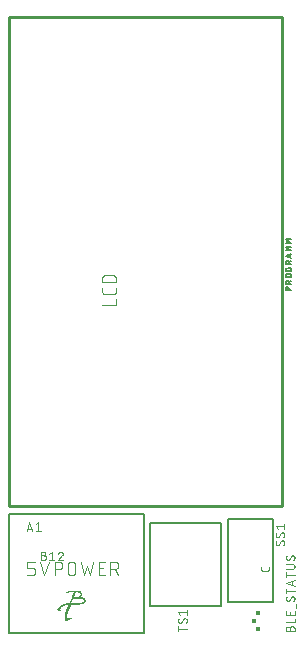
<source format=gbr>
G04 EAGLE Gerber RS-274X export*
G75*
%MOMM*%
%FSLAX34Y34*%
%LPD*%
%INSilkscreen Top*%
%IPPOS*%
%AMOC8*
5,1,8,0,0,1.08239X$1,22.5*%
G01*
%ADD10C,0.127000*%
%ADD11C,0.076200*%
%ADD12C,0.101600*%
%ADD13R,0.425000X0.325000*%
%ADD14R,0.350000X0.350000*%
%ADD15C,0.254000*%

G36*
X58841Y25477D02*
X58841Y25477D01*
X59477Y25624D01*
X60100Y25816D01*
X60101Y25816D01*
X60713Y26042D01*
X61217Y26254D01*
X61218Y26256D01*
X61220Y26257D01*
X61220Y26258D01*
X61611Y26440D01*
X62018Y26630D01*
X62259Y26746D01*
X62381Y26802D01*
X62382Y26802D01*
X62668Y26967D01*
X63019Y27154D01*
X63232Y27265D01*
X63233Y27266D01*
X63834Y27790D01*
X63834Y27792D01*
X63835Y27792D01*
X63845Y27817D01*
X63845Y27818D01*
X63845Y27819D01*
X63847Y27884D01*
X63845Y27886D01*
X63845Y27887D01*
X63793Y27933D01*
X63699Y27997D01*
X63698Y27996D01*
X63697Y27997D01*
X63569Y28017D01*
X63500Y28019D01*
X63411Y28011D01*
X63410Y28011D01*
X63229Y27973D01*
X63229Y27972D01*
X63229Y27973D01*
X62946Y27882D01*
X62640Y27799D01*
X62382Y27742D01*
X62381Y27742D01*
X62113Y27667D01*
X61785Y27590D01*
X61492Y27548D01*
X61215Y27520D01*
X61210Y27515D01*
X61210Y27467D01*
X61160Y27463D01*
X60824Y27449D01*
X60488Y27453D01*
X60400Y27499D01*
X60326Y27567D01*
X60264Y27648D01*
X60210Y27733D01*
X60162Y27824D01*
X60118Y27916D01*
X60078Y28009D01*
X60038Y28104D01*
X60000Y28198D01*
X59959Y28290D01*
X59879Y28812D01*
X59853Y29341D01*
X59868Y29870D01*
X59880Y30005D01*
X59884Y30045D01*
X59888Y30085D01*
X59910Y30338D01*
X59914Y30378D01*
X59916Y30396D01*
X59925Y30463D01*
X59930Y30497D01*
X59941Y30572D01*
X59957Y30681D01*
X59967Y30756D01*
X59983Y30865D01*
X59991Y30920D01*
X60089Y31440D01*
X60209Y31956D01*
X60348Y32466D01*
X60507Y32971D01*
X60692Y33467D01*
X60939Y34044D01*
X61187Y34622D01*
X61434Y35199D01*
X61681Y35776D01*
X61928Y36354D01*
X62176Y36931D01*
X62423Y37508D01*
X62670Y38086D01*
X62917Y38663D01*
X63163Y39238D01*
X64613Y39218D01*
X66066Y39193D01*
X67520Y39177D01*
X67978Y39183D01*
X68201Y39199D01*
X69703Y39275D01*
X70610Y39334D01*
X71327Y39380D01*
X71503Y39403D01*
X72105Y39504D01*
X72633Y39637D01*
X73082Y39762D01*
X73083Y39762D01*
X73425Y39895D01*
X73664Y40019D01*
X73665Y40019D01*
X74160Y40291D01*
X74538Y40488D01*
X74539Y40488D01*
X74873Y40755D01*
X75154Y41016D01*
X75154Y41017D01*
X75373Y41307D01*
X75373Y41308D01*
X75527Y41665D01*
X75527Y41666D01*
X75528Y41666D01*
X75534Y41712D01*
X75534Y41717D01*
X75535Y41722D01*
X75536Y41727D01*
X75536Y41732D01*
X75537Y41737D01*
X75538Y41742D01*
X75538Y41747D01*
X75539Y41752D01*
X75540Y41757D01*
X75540Y41762D01*
X75541Y41767D01*
X75556Y41881D01*
X75557Y41886D01*
X75557Y41891D01*
X75558Y41896D01*
X75559Y41901D01*
X75559Y41906D01*
X75560Y41911D01*
X75561Y41916D01*
X75561Y41921D01*
X75562Y41926D01*
X75563Y41931D01*
X75563Y41936D01*
X75578Y42045D01*
X75578Y42050D01*
X75579Y42055D01*
X75580Y42060D01*
X75580Y42065D01*
X75581Y42070D01*
X75582Y42075D01*
X75582Y42080D01*
X75583Y42085D01*
X75584Y42090D01*
X75584Y42095D01*
X75585Y42100D01*
X75585Y42102D01*
X75601Y42577D01*
X75600Y42577D01*
X75601Y42578D01*
X75541Y42866D01*
X75541Y42867D01*
X75258Y43580D01*
X75258Y43581D01*
X75048Y43984D01*
X75048Y43985D01*
X74814Y44293D01*
X74813Y44293D01*
X74813Y44294D01*
X74489Y44610D01*
X74174Y44856D01*
X73854Y45042D01*
X73853Y45042D01*
X73417Y45189D01*
X72805Y45324D01*
X72805Y45323D01*
X72804Y45324D01*
X72184Y45412D01*
X71560Y45470D01*
X71559Y45470D01*
X70948Y45504D01*
X71179Y45675D01*
X71400Y45881D01*
X71603Y46104D01*
X71791Y46340D01*
X71965Y46586D01*
X71965Y46587D01*
X71966Y46587D01*
X72126Y46842D01*
X72271Y47106D01*
X72398Y47380D01*
X72398Y47381D01*
X72498Y47665D01*
X72499Y47665D01*
X72498Y47665D01*
X72499Y47665D01*
X72511Y47733D01*
X72523Y47733D01*
X72528Y47737D01*
X72551Y47868D01*
X72551Y47869D01*
X72509Y48720D01*
X72508Y48721D01*
X72509Y48721D01*
X72287Y49442D01*
X72286Y49443D01*
X72286Y49444D01*
X71770Y49991D01*
X71769Y49991D01*
X71769Y49992D01*
X71088Y50322D01*
X71087Y50322D01*
X71087Y50323D01*
X70355Y50522D01*
X70355Y50521D01*
X70355Y50522D01*
X69804Y50613D01*
X68918Y50715D01*
X67978Y50775D01*
X67335Y50797D01*
X66576Y50805D01*
X66269Y50800D01*
X65961Y50794D01*
X65653Y50788D01*
X65345Y50782D01*
X65038Y50776D01*
X64730Y50768D01*
X64422Y50760D01*
X64114Y50751D01*
X63806Y50740D01*
X63806Y50739D01*
X63806Y50740D01*
X63499Y50725D01*
X63267Y50712D01*
X63035Y50697D01*
X62803Y50679D01*
X62571Y50660D01*
X62340Y50638D01*
X62108Y50614D01*
X61877Y50589D01*
X61646Y50561D01*
X61415Y50531D01*
X61186Y50499D01*
X61185Y50499D01*
X60991Y50464D01*
X60797Y50425D01*
X60603Y50383D01*
X60410Y50339D01*
X60410Y50338D01*
X60410Y50339D01*
X60218Y50290D01*
X60028Y50238D01*
X59838Y50181D01*
X59650Y50117D01*
X59465Y50046D01*
X59284Y49966D01*
X59201Y49926D01*
X59121Y49881D01*
X59121Y49880D01*
X59044Y49829D01*
X58973Y49769D01*
X58914Y49698D01*
X58914Y49697D01*
X58913Y49697D01*
X58875Y49614D01*
X58875Y49613D01*
X58876Y49613D01*
X58875Y49612D01*
X58874Y49521D01*
X58875Y49520D01*
X58874Y49519D01*
X58912Y49436D01*
X58913Y49435D01*
X58913Y49434D01*
X58974Y49366D01*
X58975Y49366D01*
X58975Y49365D01*
X59048Y49309D01*
X59077Y49290D01*
X59106Y49270D01*
X59135Y49251D01*
X59164Y49231D01*
X59193Y49212D01*
X59222Y49192D01*
X59252Y49173D01*
X59281Y49153D01*
X59338Y49114D01*
X59339Y49114D01*
X59382Y49096D01*
X59425Y49084D01*
X59469Y49077D01*
X59470Y49077D01*
X59515Y49074D01*
X59560Y49075D01*
X59561Y49075D01*
X59605Y49079D01*
X59650Y49086D01*
X59694Y49096D01*
X59737Y49107D01*
X59738Y49107D01*
X59781Y49120D01*
X60329Y49279D01*
X60886Y49407D01*
X61449Y49505D01*
X62016Y49575D01*
X62585Y49621D01*
X63155Y49648D01*
X63727Y49659D01*
X64298Y49661D01*
X64870Y49656D01*
X65433Y49647D01*
X65039Y48757D01*
X64641Y47861D01*
X64244Y46964D01*
X63448Y45170D01*
X63050Y44273D01*
X62653Y43376D01*
X62255Y42480D01*
X61857Y41583D01*
X61461Y40688D01*
X60248Y40609D01*
X60247Y40609D01*
X59042Y40427D01*
X57858Y40136D01*
X56709Y39729D01*
X55611Y39200D01*
X55611Y39199D01*
X55610Y39200D01*
X54580Y38549D01*
X53634Y37781D01*
X53634Y37780D01*
X53634Y37781D01*
X52786Y36905D01*
X52785Y36905D01*
X52045Y35938D01*
X52045Y35937D01*
X52044Y35937D01*
X51413Y34895D01*
X51413Y34893D01*
X51412Y34893D01*
X51406Y34838D01*
X51405Y34831D01*
X51401Y34783D01*
X51401Y34782D01*
X51399Y34727D01*
X51399Y34726D01*
X51401Y34671D01*
X51406Y34616D01*
X51417Y34561D01*
X51434Y34508D01*
X51435Y34508D01*
X51460Y34459D01*
X51461Y34459D01*
X51460Y34458D01*
X51495Y34415D01*
X51496Y34415D01*
X51539Y34379D01*
X51781Y34258D01*
X52027Y34150D01*
X52028Y34149D01*
X52279Y34052D01*
X52534Y33966D01*
X52793Y33890D01*
X53055Y33824D01*
X53318Y33767D01*
X53583Y33717D01*
X53849Y33671D01*
X54115Y33630D01*
X54116Y33631D01*
X54117Y33630D01*
X54181Y33649D01*
X54244Y33670D01*
X54306Y33694D01*
X54365Y33726D01*
X54366Y33726D01*
X54419Y33765D01*
X54419Y33766D01*
X54420Y33766D01*
X54464Y33815D01*
X54464Y33816D01*
X54499Y33872D01*
X54499Y33873D01*
X54523Y33935D01*
X54524Y33936D01*
X54540Y34000D01*
X54550Y34065D01*
X54549Y34067D01*
X54550Y34068D01*
X54477Y34239D01*
X54477Y34240D01*
X54369Y34392D01*
X54368Y34392D01*
X54368Y34393D01*
X54230Y34518D01*
X54076Y34624D01*
X53925Y34731D01*
X53797Y34865D01*
X53719Y35032D01*
X53690Y35215D01*
X53694Y35400D01*
X53718Y35584D01*
X54139Y36305D01*
X54693Y36931D01*
X55336Y37468D01*
X56037Y37926D01*
X56779Y38312D01*
X57554Y38633D01*
X58351Y38890D01*
X59167Y39081D01*
X59995Y39201D01*
X60824Y39240D01*
X60380Y38236D01*
X59922Y37228D01*
X59464Y36220D01*
X59020Y35207D01*
X58607Y34180D01*
X58246Y33134D01*
X58246Y33133D01*
X57956Y32066D01*
X57956Y32065D01*
X57752Y30979D01*
X57753Y30978D01*
X57752Y30978D01*
X57644Y29877D01*
X57629Y28771D01*
X57630Y28770D01*
X57629Y28770D01*
X57702Y28144D01*
X57738Y27831D01*
X57774Y27518D01*
X57810Y27205D01*
X57918Y26266D01*
X57955Y25954D01*
X57991Y25641D01*
X57991Y25640D01*
X58000Y25608D01*
X58009Y25577D01*
X58010Y25577D01*
X58010Y25576D01*
X58021Y25545D01*
X58035Y25515D01*
X58035Y25514D01*
X58053Y25486D01*
X58054Y25486D01*
X58075Y25461D01*
X58076Y25461D01*
X58076Y25460D01*
X58101Y25439D01*
X58102Y25439D01*
X58130Y25422D01*
X58160Y25407D01*
X58160Y25408D01*
X58160Y25407D01*
X58192Y25395D01*
X58193Y25396D01*
X58194Y25395D01*
X58841Y25477D01*
G37*
%LPC*%
G36*
X67983Y40545D02*
X67983Y40545D01*
X67978Y40550D01*
X67978Y40549D01*
X67978Y40550D01*
X67868Y40547D01*
X66730Y40552D01*
X65592Y40578D01*
X64454Y40618D01*
X63323Y40665D01*
X63446Y41013D01*
X63588Y41362D01*
X63742Y41706D01*
X63899Y42048D01*
X64058Y42390D01*
X64217Y42731D01*
X64377Y43072D01*
X64538Y43413D01*
X64699Y43754D01*
X64859Y44091D01*
X65855Y44109D01*
X66853Y44149D01*
X67851Y44186D01*
X67978Y44188D01*
X68916Y44212D01*
X69698Y44197D01*
X71491Y44055D01*
X71809Y44016D01*
X72300Y43901D01*
X72722Y43764D01*
X73112Y43626D01*
X73416Y43436D01*
X73679Y43163D01*
X73923Y42575D01*
X73994Y42179D01*
X73993Y42176D01*
X73992Y42171D01*
X73992Y42166D01*
X73991Y42161D01*
X73990Y42156D01*
X73990Y42151D01*
X73989Y42146D01*
X73988Y42141D01*
X73987Y42136D01*
X73987Y42131D01*
X73986Y42126D01*
X73985Y42121D01*
X73984Y42116D01*
X73984Y42111D01*
X73983Y42106D01*
X73982Y42101D01*
X73981Y42096D01*
X73981Y42091D01*
X73980Y42086D01*
X73979Y42081D01*
X73979Y42076D01*
X73978Y42071D01*
X73977Y42066D01*
X73976Y42061D01*
X73976Y42056D01*
X73975Y42051D01*
X73974Y42047D01*
X73974Y42046D01*
X73973Y42042D01*
X73973Y42041D01*
X73973Y42037D01*
X73972Y42032D01*
X73971Y42027D01*
X73971Y42022D01*
X73970Y42022D01*
X73971Y42022D01*
X73970Y42017D01*
X73969Y42012D01*
X73968Y42007D01*
X73968Y42002D01*
X73967Y41997D01*
X73966Y41992D01*
X73965Y41987D01*
X73965Y41982D01*
X73964Y41977D01*
X73963Y41972D01*
X73962Y41967D01*
X73962Y41962D01*
X73961Y41957D01*
X73960Y41952D01*
X73960Y41947D01*
X73959Y41947D01*
X73960Y41947D01*
X73959Y41942D01*
X73958Y41937D01*
X73957Y41932D01*
X73957Y41927D01*
X73956Y41922D01*
X73955Y41918D01*
X73753Y41653D01*
X73420Y41430D01*
X72988Y41230D01*
X72539Y41073D01*
X72061Y40936D01*
X71501Y40811D01*
X71244Y40753D01*
X70438Y40657D01*
X69565Y40579D01*
X68847Y40554D01*
X67983Y40544D01*
X67983Y40545D01*
G37*
%LPD*%
%LPC*%
G36*
X65722Y45905D02*
X65722Y45905D01*
X65721Y45905D01*
X65722Y45905D01*
X65721Y45906D01*
X65722Y45906D01*
X65760Y46320D01*
X65925Y46734D01*
X66089Y47149D01*
X66254Y47564D01*
X66419Y47978D01*
X66583Y48393D01*
X66748Y48808D01*
X66912Y49223D01*
X67076Y49634D01*
X67576Y49622D01*
X67977Y49606D01*
X68958Y49541D01*
X69803Y49394D01*
X70070Y49332D01*
X70538Y49152D01*
X70945Y48861D01*
X71177Y48424D01*
X71166Y47926D01*
X71132Y47833D01*
X70932Y47290D01*
X70579Y46714D01*
X70064Y46277D01*
X69453Y45985D01*
X68802Y45794D01*
X68135Y45668D01*
X67977Y45649D01*
X67973Y45644D01*
X67973Y45633D01*
X67587Y45587D01*
X66910Y45535D01*
X66231Y45507D01*
X65560Y45497D01*
X65722Y45905D01*
G37*
%LPD*%
D10*
X10290Y15360D02*
X124640Y15360D01*
X124640Y115980D01*
X10290Y115980D01*
X10290Y15360D01*
D11*
X25401Y101741D02*
X27856Y109107D01*
X30312Y101741D01*
X29698Y103583D02*
X26015Y103583D01*
X33125Y107470D02*
X35172Y109107D01*
X35172Y101741D01*
X37218Y101741D02*
X33125Y101741D01*
X37751Y80833D02*
X39797Y80833D01*
X39886Y80831D01*
X39975Y80825D01*
X40064Y80815D01*
X40152Y80802D01*
X40240Y80785D01*
X40327Y80763D01*
X40412Y80738D01*
X40497Y80710D01*
X40580Y80677D01*
X40662Y80641D01*
X40742Y80602D01*
X40820Y80559D01*
X40896Y80513D01*
X40971Y80463D01*
X41043Y80410D01*
X41112Y80354D01*
X41179Y80295D01*
X41244Y80234D01*
X41305Y80169D01*
X41364Y80102D01*
X41420Y80033D01*
X41473Y79961D01*
X41523Y79886D01*
X41569Y79810D01*
X41612Y79732D01*
X41651Y79652D01*
X41687Y79570D01*
X41720Y79487D01*
X41748Y79402D01*
X41773Y79317D01*
X41795Y79230D01*
X41812Y79142D01*
X41825Y79054D01*
X41835Y78965D01*
X41841Y78876D01*
X41843Y78787D01*
X41841Y78698D01*
X41835Y78609D01*
X41825Y78520D01*
X41812Y78432D01*
X41795Y78344D01*
X41773Y78257D01*
X41748Y78172D01*
X41720Y78087D01*
X41687Y78004D01*
X41651Y77922D01*
X41612Y77842D01*
X41569Y77764D01*
X41523Y77688D01*
X41473Y77613D01*
X41420Y77541D01*
X41364Y77472D01*
X41305Y77405D01*
X41244Y77340D01*
X41179Y77279D01*
X41112Y77220D01*
X41043Y77164D01*
X40971Y77111D01*
X40896Y77061D01*
X40820Y77015D01*
X40742Y76972D01*
X40662Y76933D01*
X40580Y76897D01*
X40497Y76864D01*
X40412Y76836D01*
X40327Y76811D01*
X40240Y76789D01*
X40152Y76772D01*
X40064Y76759D01*
X39975Y76749D01*
X39886Y76743D01*
X39797Y76741D01*
X37751Y76741D01*
X37751Y84107D01*
X39797Y84107D01*
X39876Y84105D01*
X39955Y84099D01*
X40034Y84090D01*
X40112Y84077D01*
X40189Y84059D01*
X40265Y84039D01*
X40340Y84014D01*
X40414Y83986D01*
X40487Y83955D01*
X40558Y83919D01*
X40627Y83881D01*
X40694Y83839D01*
X40759Y83794D01*
X40822Y83746D01*
X40883Y83695D01*
X40940Y83641D01*
X40996Y83585D01*
X41048Y83526D01*
X41098Y83464D01*
X41144Y83400D01*
X41188Y83334D01*
X41228Y83266D01*
X41264Y83196D01*
X41298Y83124D01*
X41328Y83050D01*
X41354Y82976D01*
X41377Y82900D01*
X41395Y82823D01*
X41411Y82746D01*
X41422Y82667D01*
X41430Y82589D01*
X41434Y82510D01*
X41434Y82430D01*
X41430Y82351D01*
X41422Y82273D01*
X41411Y82194D01*
X41395Y82117D01*
X41377Y82040D01*
X41354Y81964D01*
X41328Y81890D01*
X41298Y81816D01*
X41264Y81744D01*
X41228Y81674D01*
X41188Y81606D01*
X41144Y81540D01*
X41098Y81476D01*
X41048Y81414D01*
X40996Y81355D01*
X40940Y81299D01*
X40883Y81245D01*
X40822Y81194D01*
X40759Y81146D01*
X40694Y81101D01*
X40627Y81059D01*
X40558Y81021D01*
X40487Y80985D01*
X40414Y80954D01*
X40340Y80926D01*
X40265Y80901D01*
X40189Y80881D01*
X40112Y80863D01*
X40034Y80850D01*
X39955Y80841D01*
X39876Y80835D01*
X39797Y80833D01*
X44705Y82470D02*
X46751Y84107D01*
X46751Y76741D01*
X44705Y76741D02*
X48797Y76741D01*
X56113Y82266D02*
X56111Y82351D01*
X56105Y82436D01*
X56095Y82520D01*
X56082Y82604D01*
X56064Y82688D01*
X56043Y82770D01*
X56018Y82851D01*
X55989Y82931D01*
X55956Y83010D01*
X55920Y83087D01*
X55880Y83162D01*
X55837Y83236D01*
X55791Y83307D01*
X55741Y83376D01*
X55688Y83443D01*
X55632Y83507D01*
X55573Y83568D01*
X55512Y83627D01*
X55448Y83683D01*
X55381Y83736D01*
X55312Y83786D01*
X55241Y83832D01*
X55167Y83875D01*
X55092Y83915D01*
X55015Y83951D01*
X54936Y83984D01*
X54856Y84013D01*
X54775Y84038D01*
X54693Y84059D01*
X54609Y84077D01*
X54525Y84090D01*
X54441Y84100D01*
X54356Y84106D01*
X54271Y84108D01*
X54271Y84107D02*
X54175Y84105D01*
X54079Y84099D01*
X53984Y84089D01*
X53889Y84076D01*
X53794Y84058D01*
X53701Y84037D01*
X53608Y84012D01*
X53517Y83983D01*
X53426Y83951D01*
X53337Y83915D01*
X53250Y83875D01*
X53164Y83832D01*
X53080Y83786D01*
X52998Y83736D01*
X52918Y83682D01*
X52841Y83626D01*
X52766Y83566D01*
X52693Y83504D01*
X52623Y83438D01*
X52555Y83370D01*
X52490Y83299D01*
X52429Y83226D01*
X52370Y83150D01*
X52314Y83071D01*
X52262Y82991D01*
X52213Y82908D01*
X52167Y82824D01*
X52125Y82738D01*
X52087Y82650D01*
X52052Y82561D01*
X52020Y82470D01*
X55498Y80834D02*
X55558Y80893D01*
X55615Y80955D01*
X55670Y81019D01*
X55721Y81086D01*
X55770Y81155D01*
X55816Y81225D01*
X55859Y81298D01*
X55899Y81372D01*
X55935Y81448D01*
X55968Y81526D01*
X55998Y81605D01*
X56025Y81685D01*
X56048Y81766D01*
X56067Y81848D01*
X56083Y81930D01*
X56096Y82014D01*
X56105Y82098D01*
X56110Y82182D01*
X56112Y82266D01*
X55498Y80833D02*
X52020Y76741D01*
X56112Y76741D01*
D12*
X29803Y64008D02*
X25908Y64008D01*
X29803Y64008D02*
X29902Y64010D01*
X30002Y64016D01*
X30101Y64025D01*
X30199Y64038D01*
X30297Y64055D01*
X30395Y64076D01*
X30491Y64101D01*
X30586Y64129D01*
X30680Y64161D01*
X30773Y64196D01*
X30865Y64235D01*
X30955Y64278D01*
X31043Y64323D01*
X31130Y64373D01*
X31214Y64425D01*
X31297Y64481D01*
X31377Y64539D01*
X31455Y64601D01*
X31530Y64666D01*
X31603Y64734D01*
X31673Y64804D01*
X31741Y64877D01*
X31806Y64952D01*
X31868Y65030D01*
X31926Y65110D01*
X31982Y65193D01*
X32034Y65277D01*
X32084Y65364D01*
X32129Y65452D01*
X32172Y65542D01*
X32211Y65634D01*
X32246Y65727D01*
X32278Y65821D01*
X32306Y65916D01*
X32331Y66012D01*
X32352Y66110D01*
X32369Y66208D01*
X32382Y66306D01*
X32391Y66405D01*
X32397Y66505D01*
X32399Y66604D01*
X32399Y67903D01*
X32397Y68002D01*
X32391Y68102D01*
X32382Y68201D01*
X32369Y68299D01*
X32352Y68397D01*
X32331Y68495D01*
X32306Y68591D01*
X32278Y68686D01*
X32246Y68780D01*
X32211Y68873D01*
X32172Y68965D01*
X32129Y69055D01*
X32084Y69143D01*
X32034Y69230D01*
X31982Y69314D01*
X31926Y69397D01*
X31868Y69477D01*
X31806Y69555D01*
X31741Y69630D01*
X31673Y69703D01*
X31603Y69773D01*
X31530Y69841D01*
X31455Y69906D01*
X31377Y69968D01*
X31297Y70026D01*
X31214Y70082D01*
X31130Y70134D01*
X31043Y70184D01*
X30955Y70229D01*
X30865Y70272D01*
X30773Y70311D01*
X30680Y70346D01*
X30586Y70378D01*
X30491Y70406D01*
X30395Y70431D01*
X30297Y70452D01*
X30199Y70469D01*
X30101Y70482D01*
X30002Y70491D01*
X29902Y70497D01*
X29803Y70499D01*
X25908Y70499D01*
X25908Y75692D01*
X32399Y75692D01*
X36689Y75692D02*
X40584Y64008D01*
X44478Y75692D01*
X49318Y75692D02*
X49318Y64008D01*
X49318Y75692D02*
X52564Y75692D01*
X52677Y75690D01*
X52790Y75684D01*
X52903Y75674D01*
X53016Y75660D01*
X53128Y75643D01*
X53239Y75621D01*
X53349Y75596D01*
X53459Y75566D01*
X53567Y75533D01*
X53674Y75496D01*
X53780Y75456D01*
X53884Y75411D01*
X53987Y75363D01*
X54088Y75312D01*
X54187Y75257D01*
X54284Y75199D01*
X54379Y75137D01*
X54472Y75072D01*
X54562Y75004D01*
X54650Y74933D01*
X54736Y74858D01*
X54819Y74781D01*
X54899Y74701D01*
X54976Y74618D01*
X55051Y74532D01*
X55122Y74444D01*
X55190Y74354D01*
X55255Y74261D01*
X55317Y74166D01*
X55375Y74069D01*
X55430Y73970D01*
X55481Y73869D01*
X55529Y73766D01*
X55574Y73662D01*
X55614Y73556D01*
X55651Y73449D01*
X55684Y73341D01*
X55714Y73231D01*
X55739Y73121D01*
X55761Y73010D01*
X55778Y72898D01*
X55792Y72785D01*
X55802Y72672D01*
X55808Y72559D01*
X55810Y72446D01*
X55808Y72333D01*
X55802Y72220D01*
X55792Y72107D01*
X55778Y71994D01*
X55761Y71882D01*
X55739Y71771D01*
X55714Y71661D01*
X55684Y71551D01*
X55651Y71443D01*
X55614Y71336D01*
X55574Y71230D01*
X55529Y71126D01*
X55481Y71023D01*
X55430Y70922D01*
X55375Y70823D01*
X55317Y70726D01*
X55255Y70631D01*
X55190Y70538D01*
X55122Y70448D01*
X55051Y70360D01*
X54976Y70274D01*
X54899Y70191D01*
X54819Y70111D01*
X54736Y70034D01*
X54650Y69959D01*
X54562Y69888D01*
X54472Y69820D01*
X54379Y69755D01*
X54284Y69693D01*
X54187Y69635D01*
X54088Y69580D01*
X53987Y69529D01*
X53884Y69481D01*
X53780Y69436D01*
X53674Y69396D01*
X53567Y69359D01*
X53459Y69326D01*
X53349Y69296D01*
X53239Y69271D01*
X53128Y69249D01*
X53016Y69232D01*
X52903Y69218D01*
X52790Y69208D01*
X52677Y69202D01*
X52564Y69200D01*
X52564Y69201D02*
X49318Y69201D01*
X60198Y67254D02*
X60198Y72446D01*
X60197Y72446D02*
X60199Y72559D01*
X60205Y72672D01*
X60215Y72785D01*
X60229Y72898D01*
X60246Y73010D01*
X60268Y73121D01*
X60293Y73231D01*
X60323Y73341D01*
X60356Y73449D01*
X60393Y73556D01*
X60433Y73662D01*
X60478Y73766D01*
X60526Y73869D01*
X60577Y73970D01*
X60632Y74069D01*
X60690Y74166D01*
X60752Y74261D01*
X60817Y74354D01*
X60885Y74444D01*
X60956Y74532D01*
X61031Y74618D01*
X61108Y74701D01*
X61188Y74781D01*
X61271Y74858D01*
X61357Y74933D01*
X61445Y75004D01*
X61535Y75072D01*
X61628Y75137D01*
X61723Y75199D01*
X61820Y75257D01*
X61919Y75312D01*
X62020Y75363D01*
X62123Y75411D01*
X62227Y75456D01*
X62333Y75496D01*
X62440Y75533D01*
X62548Y75566D01*
X62658Y75596D01*
X62768Y75621D01*
X62879Y75643D01*
X62991Y75660D01*
X63104Y75674D01*
X63217Y75684D01*
X63330Y75690D01*
X63443Y75692D01*
X63556Y75690D01*
X63669Y75684D01*
X63782Y75674D01*
X63895Y75660D01*
X64007Y75643D01*
X64118Y75621D01*
X64228Y75596D01*
X64338Y75566D01*
X64446Y75533D01*
X64553Y75496D01*
X64659Y75456D01*
X64763Y75411D01*
X64866Y75363D01*
X64967Y75312D01*
X65066Y75257D01*
X65163Y75199D01*
X65258Y75137D01*
X65351Y75072D01*
X65441Y75004D01*
X65529Y74933D01*
X65615Y74858D01*
X65698Y74781D01*
X65778Y74701D01*
X65855Y74618D01*
X65930Y74532D01*
X66001Y74444D01*
X66069Y74354D01*
X66134Y74261D01*
X66196Y74166D01*
X66254Y74069D01*
X66309Y73970D01*
X66360Y73869D01*
X66408Y73766D01*
X66453Y73662D01*
X66493Y73556D01*
X66530Y73449D01*
X66563Y73341D01*
X66593Y73231D01*
X66618Y73121D01*
X66640Y73010D01*
X66657Y72898D01*
X66671Y72785D01*
X66681Y72672D01*
X66687Y72559D01*
X66689Y72446D01*
X66689Y67254D01*
X66687Y67141D01*
X66681Y67028D01*
X66671Y66915D01*
X66657Y66802D01*
X66640Y66690D01*
X66618Y66579D01*
X66593Y66469D01*
X66563Y66359D01*
X66530Y66251D01*
X66493Y66144D01*
X66453Y66038D01*
X66408Y65934D01*
X66360Y65831D01*
X66309Y65730D01*
X66254Y65631D01*
X66196Y65534D01*
X66134Y65439D01*
X66069Y65346D01*
X66001Y65256D01*
X65930Y65168D01*
X65855Y65082D01*
X65778Y64999D01*
X65698Y64919D01*
X65615Y64842D01*
X65529Y64767D01*
X65441Y64696D01*
X65351Y64628D01*
X65258Y64563D01*
X65163Y64501D01*
X65066Y64443D01*
X64967Y64388D01*
X64866Y64337D01*
X64763Y64289D01*
X64659Y64244D01*
X64553Y64204D01*
X64446Y64167D01*
X64338Y64134D01*
X64228Y64104D01*
X64118Y64079D01*
X64007Y64057D01*
X63895Y64040D01*
X63782Y64026D01*
X63669Y64016D01*
X63556Y64010D01*
X63443Y64008D01*
X63330Y64010D01*
X63217Y64016D01*
X63104Y64026D01*
X62991Y64040D01*
X62879Y64057D01*
X62768Y64079D01*
X62658Y64104D01*
X62548Y64134D01*
X62440Y64167D01*
X62333Y64204D01*
X62227Y64244D01*
X62123Y64289D01*
X62020Y64337D01*
X61919Y64388D01*
X61820Y64443D01*
X61723Y64501D01*
X61628Y64563D01*
X61535Y64628D01*
X61445Y64696D01*
X61357Y64767D01*
X61271Y64842D01*
X61188Y64919D01*
X61108Y64999D01*
X61031Y65082D01*
X60956Y65168D01*
X60885Y65256D01*
X60817Y65346D01*
X60752Y65439D01*
X60690Y65534D01*
X60632Y65631D01*
X60577Y65730D01*
X60526Y65831D01*
X60478Y65934D01*
X60433Y66038D01*
X60393Y66144D01*
X60356Y66251D01*
X60323Y66359D01*
X60293Y66469D01*
X60268Y66579D01*
X60246Y66690D01*
X60229Y66802D01*
X60215Y66915D01*
X60205Y67028D01*
X60199Y67141D01*
X60197Y67254D01*
X71205Y75692D02*
X73801Y64008D01*
X76397Y71797D01*
X78994Y64008D01*
X81590Y75692D01*
X86510Y64008D02*
X91702Y64008D01*
X86510Y64008D02*
X86510Y75692D01*
X91702Y75692D01*
X90404Y70499D02*
X86510Y70499D01*
X96467Y75692D02*
X96467Y64008D01*
X96467Y75692D02*
X99712Y75692D01*
X99825Y75690D01*
X99938Y75684D01*
X100051Y75674D01*
X100164Y75660D01*
X100276Y75643D01*
X100387Y75621D01*
X100497Y75596D01*
X100607Y75566D01*
X100715Y75533D01*
X100822Y75496D01*
X100928Y75456D01*
X101032Y75411D01*
X101135Y75363D01*
X101236Y75312D01*
X101335Y75257D01*
X101432Y75199D01*
X101527Y75137D01*
X101620Y75072D01*
X101710Y75004D01*
X101798Y74933D01*
X101884Y74858D01*
X101967Y74781D01*
X102047Y74701D01*
X102124Y74618D01*
X102199Y74532D01*
X102270Y74444D01*
X102338Y74354D01*
X102403Y74261D01*
X102465Y74166D01*
X102523Y74069D01*
X102578Y73970D01*
X102629Y73869D01*
X102677Y73766D01*
X102722Y73662D01*
X102762Y73556D01*
X102799Y73449D01*
X102832Y73341D01*
X102862Y73231D01*
X102887Y73121D01*
X102909Y73010D01*
X102926Y72898D01*
X102940Y72785D01*
X102950Y72672D01*
X102956Y72559D01*
X102958Y72446D01*
X102956Y72333D01*
X102950Y72220D01*
X102940Y72107D01*
X102926Y71994D01*
X102909Y71882D01*
X102887Y71771D01*
X102862Y71661D01*
X102832Y71551D01*
X102799Y71443D01*
X102762Y71336D01*
X102722Y71230D01*
X102677Y71126D01*
X102629Y71023D01*
X102578Y70922D01*
X102523Y70823D01*
X102465Y70726D01*
X102403Y70631D01*
X102338Y70538D01*
X102270Y70448D01*
X102199Y70360D01*
X102124Y70274D01*
X102047Y70191D01*
X101967Y70111D01*
X101884Y70034D01*
X101798Y69959D01*
X101710Y69888D01*
X101620Y69820D01*
X101527Y69755D01*
X101432Y69693D01*
X101335Y69635D01*
X101236Y69580D01*
X101135Y69529D01*
X101032Y69481D01*
X100928Y69436D01*
X100822Y69396D01*
X100715Y69359D01*
X100607Y69326D01*
X100497Y69296D01*
X100387Y69271D01*
X100276Y69249D01*
X100164Y69232D01*
X100051Y69218D01*
X99938Y69208D01*
X99825Y69202D01*
X99712Y69200D01*
X99712Y69201D02*
X96467Y69201D01*
X100361Y69201D02*
X102958Y64008D01*
D13*
X221525Y32275D03*
X221525Y18525D03*
D14*
X217650Y25400D03*
D11*
X248257Y18937D02*
X248257Y16891D01*
X248257Y18937D02*
X248259Y19026D01*
X248265Y19115D01*
X248275Y19204D01*
X248288Y19292D01*
X248305Y19380D01*
X248327Y19467D01*
X248352Y19552D01*
X248380Y19637D01*
X248413Y19720D01*
X248449Y19802D01*
X248488Y19882D01*
X248531Y19960D01*
X248577Y20036D01*
X248627Y20111D01*
X248680Y20183D01*
X248736Y20252D01*
X248795Y20319D01*
X248856Y20384D01*
X248921Y20445D01*
X248988Y20504D01*
X249057Y20560D01*
X249129Y20613D01*
X249204Y20663D01*
X249280Y20709D01*
X249358Y20752D01*
X249438Y20791D01*
X249520Y20827D01*
X249603Y20860D01*
X249688Y20888D01*
X249773Y20913D01*
X249860Y20935D01*
X249948Y20952D01*
X250036Y20965D01*
X250125Y20975D01*
X250214Y20981D01*
X250303Y20983D01*
X250392Y20981D01*
X250481Y20975D01*
X250570Y20965D01*
X250658Y20952D01*
X250746Y20935D01*
X250833Y20913D01*
X250918Y20888D01*
X251003Y20860D01*
X251086Y20827D01*
X251168Y20791D01*
X251248Y20752D01*
X251326Y20709D01*
X251402Y20663D01*
X251477Y20613D01*
X251549Y20560D01*
X251618Y20504D01*
X251685Y20445D01*
X251750Y20384D01*
X251811Y20319D01*
X251870Y20252D01*
X251926Y20183D01*
X251979Y20111D01*
X252029Y20036D01*
X252075Y19960D01*
X252118Y19882D01*
X252157Y19802D01*
X252193Y19720D01*
X252226Y19637D01*
X252254Y19552D01*
X252279Y19467D01*
X252301Y19380D01*
X252318Y19292D01*
X252331Y19204D01*
X252341Y19115D01*
X252347Y19026D01*
X252349Y18937D01*
X252349Y16891D01*
X244983Y16891D01*
X244983Y18937D01*
X244985Y19016D01*
X244991Y19095D01*
X245000Y19174D01*
X245013Y19252D01*
X245031Y19329D01*
X245051Y19405D01*
X245076Y19480D01*
X245104Y19554D01*
X245135Y19627D01*
X245171Y19698D01*
X245209Y19767D01*
X245251Y19834D01*
X245296Y19899D01*
X245344Y19962D01*
X245395Y20023D01*
X245449Y20080D01*
X245505Y20136D01*
X245564Y20188D01*
X245626Y20238D01*
X245690Y20284D01*
X245756Y20328D01*
X245824Y20368D01*
X245894Y20404D01*
X245966Y20438D01*
X246040Y20468D01*
X246114Y20494D01*
X246190Y20517D01*
X246267Y20535D01*
X246344Y20551D01*
X246423Y20562D01*
X246501Y20570D01*
X246580Y20574D01*
X246660Y20574D01*
X246739Y20570D01*
X246817Y20562D01*
X246896Y20551D01*
X246973Y20535D01*
X247050Y20517D01*
X247126Y20494D01*
X247200Y20468D01*
X247274Y20438D01*
X247346Y20404D01*
X247416Y20368D01*
X247484Y20328D01*
X247550Y20284D01*
X247614Y20238D01*
X247676Y20188D01*
X247735Y20136D01*
X247791Y20080D01*
X247845Y20023D01*
X247896Y19962D01*
X247944Y19899D01*
X247989Y19834D01*
X248031Y19767D01*
X248069Y19698D01*
X248105Y19627D01*
X248136Y19554D01*
X248164Y19480D01*
X248189Y19405D01*
X248209Y19329D01*
X248227Y19252D01*
X248240Y19174D01*
X248249Y19095D01*
X248255Y19016D01*
X248257Y18937D01*
X244983Y24104D02*
X252349Y24104D01*
X252349Y27378D01*
X252349Y30444D02*
X252349Y33718D01*
X252349Y30444D02*
X244983Y30444D01*
X244983Y33718D01*
X248257Y32899D02*
X248257Y30444D01*
X253167Y36202D02*
X253167Y39476D01*
X252349Y44588D02*
X252347Y44666D01*
X252342Y44744D01*
X252332Y44821D01*
X252319Y44898D01*
X252303Y44974D01*
X252283Y45049D01*
X252259Y45123D01*
X252232Y45196D01*
X252201Y45268D01*
X252167Y45338D01*
X252130Y45407D01*
X252089Y45473D01*
X252045Y45538D01*
X251999Y45600D01*
X251949Y45660D01*
X251897Y45718D01*
X251842Y45773D01*
X251784Y45825D01*
X251724Y45875D01*
X251662Y45921D01*
X251597Y45965D01*
X251531Y46006D01*
X251462Y46043D01*
X251392Y46077D01*
X251320Y46108D01*
X251247Y46135D01*
X251173Y46159D01*
X251098Y46179D01*
X251022Y46195D01*
X250945Y46208D01*
X250868Y46218D01*
X250790Y46223D01*
X250712Y46225D01*
X252349Y44588D02*
X252347Y44474D01*
X252342Y44361D01*
X252332Y44247D01*
X252319Y44134D01*
X252302Y44022D01*
X252282Y43910D01*
X252258Y43799D01*
X252230Y43688D01*
X252199Y43579D01*
X252164Y43471D01*
X252125Y43364D01*
X252083Y43258D01*
X252038Y43154D01*
X251989Y43051D01*
X251936Y42950D01*
X251881Y42851D01*
X251822Y42753D01*
X251760Y42658D01*
X251695Y42565D01*
X251627Y42473D01*
X251556Y42385D01*
X251482Y42298D01*
X251405Y42214D01*
X251326Y42133D01*
X246620Y42337D02*
X246542Y42339D01*
X246464Y42344D01*
X246387Y42354D01*
X246310Y42367D01*
X246234Y42383D01*
X246159Y42403D01*
X246085Y42427D01*
X246012Y42454D01*
X245940Y42485D01*
X245870Y42519D01*
X245802Y42556D01*
X245735Y42597D01*
X245670Y42641D01*
X245608Y42687D01*
X245548Y42737D01*
X245490Y42789D01*
X245435Y42844D01*
X245383Y42902D01*
X245333Y42962D01*
X245287Y43024D01*
X245243Y43089D01*
X245202Y43156D01*
X245165Y43224D01*
X245131Y43294D01*
X245100Y43366D01*
X245073Y43439D01*
X245049Y43513D01*
X245029Y43588D01*
X245013Y43664D01*
X245000Y43741D01*
X244990Y43818D01*
X244985Y43896D01*
X244983Y43974D01*
X244985Y44084D01*
X244991Y44193D01*
X245001Y44303D01*
X245014Y44411D01*
X245032Y44520D01*
X245053Y44627D01*
X245079Y44734D01*
X245108Y44840D01*
X245140Y44945D01*
X245177Y45048D01*
X245217Y45150D01*
X245261Y45251D01*
X245309Y45350D01*
X245359Y45447D01*
X245414Y45542D01*
X245472Y45635D01*
X245533Y45726D01*
X245597Y45815D01*
X248052Y43156D02*
X248010Y43090D01*
X247966Y43025D01*
X247918Y42963D01*
X247868Y42903D01*
X247815Y42845D01*
X247759Y42790D01*
X247701Y42737D01*
X247640Y42688D01*
X247577Y42641D01*
X247512Y42597D01*
X247445Y42557D01*
X247376Y42520D01*
X247305Y42486D01*
X247233Y42455D01*
X247159Y42428D01*
X247084Y42404D01*
X247009Y42384D01*
X246932Y42368D01*
X246855Y42355D01*
X246777Y42345D01*
X246698Y42340D01*
X246620Y42338D01*
X249279Y45406D02*
X249321Y45473D01*
X249365Y45538D01*
X249413Y45600D01*
X249463Y45660D01*
X249516Y45718D01*
X249572Y45773D01*
X249631Y45825D01*
X249691Y45875D01*
X249755Y45922D01*
X249820Y45965D01*
X249887Y46006D01*
X249956Y46043D01*
X250027Y46077D01*
X250099Y46108D01*
X250173Y46135D01*
X250247Y46159D01*
X250323Y46179D01*
X250400Y46195D01*
X250477Y46208D01*
X250555Y46218D01*
X250634Y46223D01*
X250712Y46225D01*
X249280Y45406D02*
X248052Y43156D01*
X244983Y50762D02*
X252349Y50762D01*
X244983Y48716D02*
X244983Y52809D01*
X244983Y57590D02*
X252349Y55135D01*
X252349Y60045D02*
X244983Y57590D01*
X250508Y59431D02*
X250508Y55748D01*
X252349Y64417D02*
X244983Y64417D01*
X244983Y62371D02*
X244983Y66464D01*
X244983Y69443D02*
X250303Y69443D01*
X250392Y69445D01*
X250481Y69451D01*
X250570Y69461D01*
X250658Y69474D01*
X250746Y69491D01*
X250833Y69513D01*
X250918Y69538D01*
X251003Y69566D01*
X251086Y69599D01*
X251168Y69635D01*
X251248Y69674D01*
X251326Y69717D01*
X251402Y69763D01*
X251477Y69813D01*
X251549Y69866D01*
X251618Y69922D01*
X251685Y69981D01*
X251750Y70042D01*
X251811Y70107D01*
X251870Y70174D01*
X251926Y70243D01*
X251979Y70315D01*
X252029Y70390D01*
X252075Y70466D01*
X252118Y70544D01*
X252157Y70624D01*
X252193Y70706D01*
X252226Y70789D01*
X252254Y70874D01*
X252279Y70959D01*
X252301Y71046D01*
X252318Y71134D01*
X252331Y71222D01*
X252341Y71311D01*
X252347Y71400D01*
X252349Y71489D01*
X252347Y71578D01*
X252341Y71667D01*
X252331Y71756D01*
X252318Y71844D01*
X252301Y71932D01*
X252279Y72019D01*
X252254Y72104D01*
X252226Y72189D01*
X252193Y72272D01*
X252157Y72354D01*
X252118Y72434D01*
X252075Y72512D01*
X252029Y72588D01*
X251979Y72663D01*
X251926Y72735D01*
X251870Y72804D01*
X251811Y72871D01*
X251750Y72936D01*
X251685Y72997D01*
X251618Y73056D01*
X251549Y73112D01*
X251477Y73165D01*
X251402Y73215D01*
X251326Y73261D01*
X251248Y73304D01*
X251168Y73343D01*
X251086Y73379D01*
X251003Y73412D01*
X250918Y73440D01*
X250833Y73465D01*
X250746Y73487D01*
X250658Y73504D01*
X250570Y73517D01*
X250481Y73527D01*
X250392Y73533D01*
X250303Y73535D01*
X244983Y73535D01*
X250712Y80850D02*
X250790Y80848D01*
X250868Y80843D01*
X250945Y80833D01*
X251022Y80820D01*
X251098Y80804D01*
X251173Y80784D01*
X251247Y80760D01*
X251320Y80733D01*
X251392Y80702D01*
X251462Y80668D01*
X251531Y80631D01*
X251597Y80590D01*
X251662Y80546D01*
X251724Y80500D01*
X251784Y80450D01*
X251842Y80398D01*
X251897Y80343D01*
X251949Y80285D01*
X251999Y80225D01*
X252045Y80163D01*
X252089Y80098D01*
X252130Y80032D01*
X252167Y79963D01*
X252201Y79893D01*
X252232Y79821D01*
X252259Y79748D01*
X252283Y79674D01*
X252303Y79599D01*
X252319Y79523D01*
X252332Y79446D01*
X252342Y79369D01*
X252347Y79291D01*
X252349Y79213D01*
X252347Y79099D01*
X252342Y78986D01*
X252332Y78872D01*
X252319Y78759D01*
X252302Y78647D01*
X252282Y78535D01*
X252258Y78424D01*
X252230Y78313D01*
X252199Y78204D01*
X252164Y78096D01*
X252125Y77989D01*
X252083Y77883D01*
X252038Y77779D01*
X251989Y77676D01*
X251936Y77575D01*
X251881Y77476D01*
X251822Y77378D01*
X251760Y77283D01*
X251695Y77190D01*
X251627Y77098D01*
X251556Y77010D01*
X251482Y76923D01*
X251405Y76839D01*
X251326Y76758D01*
X246620Y76962D02*
X246542Y76964D01*
X246464Y76969D01*
X246387Y76979D01*
X246310Y76992D01*
X246234Y77008D01*
X246159Y77028D01*
X246085Y77052D01*
X246012Y77079D01*
X245940Y77110D01*
X245870Y77144D01*
X245802Y77181D01*
X245735Y77222D01*
X245670Y77266D01*
X245608Y77312D01*
X245548Y77362D01*
X245490Y77414D01*
X245435Y77469D01*
X245383Y77527D01*
X245333Y77587D01*
X245287Y77649D01*
X245243Y77714D01*
X245202Y77781D01*
X245165Y77849D01*
X245131Y77919D01*
X245100Y77991D01*
X245073Y78064D01*
X245049Y78138D01*
X245029Y78213D01*
X245013Y78289D01*
X245000Y78366D01*
X244990Y78443D01*
X244985Y78521D01*
X244983Y78599D01*
X244985Y78709D01*
X244991Y78818D01*
X245001Y78928D01*
X245014Y79036D01*
X245032Y79145D01*
X245053Y79252D01*
X245079Y79359D01*
X245108Y79465D01*
X245140Y79570D01*
X245177Y79673D01*
X245217Y79775D01*
X245261Y79876D01*
X245309Y79975D01*
X245359Y80072D01*
X245414Y80167D01*
X245472Y80260D01*
X245533Y80351D01*
X245597Y80440D01*
X248052Y77781D02*
X248010Y77715D01*
X247966Y77650D01*
X247918Y77588D01*
X247868Y77528D01*
X247815Y77470D01*
X247759Y77415D01*
X247701Y77362D01*
X247640Y77313D01*
X247577Y77266D01*
X247512Y77222D01*
X247445Y77182D01*
X247376Y77145D01*
X247305Y77111D01*
X247233Y77080D01*
X247159Y77053D01*
X247084Y77029D01*
X247009Y77009D01*
X246932Y76993D01*
X246855Y76980D01*
X246777Y76970D01*
X246698Y76965D01*
X246620Y76963D01*
X249279Y80032D02*
X249321Y80099D01*
X249365Y80164D01*
X249413Y80226D01*
X249463Y80286D01*
X249516Y80344D01*
X249572Y80399D01*
X249631Y80451D01*
X249691Y80501D01*
X249755Y80548D01*
X249820Y80591D01*
X249887Y80632D01*
X249956Y80669D01*
X250027Y80703D01*
X250099Y80734D01*
X250173Y80761D01*
X250247Y80785D01*
X250323Y80805D01*
X250400Y80821D01*
X250477Y80834D01*
X250555Y80844D01*
X250634Y80849D01*
X250712Y80851D01*
X249280Y80032D02*
X248052Y77781D01*
D15*
X241300Y123000D02*
X10300Y123000D01*
X10300Y537000D02*
X241300Y537000D01*
X241300Y123000D01*
X10300Y123000D02*
X10300Y537000D01*
D12*
X89408Y292608D02*
X101092Y292608D01*
X101092Y297801D01*
X101092Y304674D02*
X101092Y307270D01*
X101092Y304674D02*
X101090Y304575D01*
X101084Y304475D01*
X101075Y304376D01*
X101062Y304278D01*
X101045Y304180D01*
X101024Y304082D01*
X100999Y303986D01*
X100971Y303891D01*
X100939Y303797D01*
X100904Y303704D01*
X100865Y303612D01*
X100822Y303522D01*
X100777Y303434D01*
X100727Y303347D01*
X100675Y303263D01*
X100619Y303180D01*
X100561Y303100D01*
X100499Y303022D01*
X100434Y302947D01*
X100366Y302874D01*
X100296Y302804D01*
X100223Y302736D01*
X100148Y302671D01*
X100070Y302609D01*
X99990Y302551D01*
X99907Y302495D01*
X99823Y302443D01*
X99736Y302393D01*
X99648Y302348D01*
X99558Y302305D01*
X99466Y302266D01*
X99373Y302231D01*
X99279Y302199D01*
X99184Y302171D01*
X99088Y302146D01*
X98990Y302125D01*
X98892Y302108D01*
X98794Y302095D01*
X98695Y302086D01*
X98595Y302080D01*
X98496Y302078D01*
X98496Y302077D02*
X92004Y302077D01*
X91905Y302079D01*
X91805Y302085D01*
X91706Y302094D01*
X91608Y302107D01*
X91510Y302125D01*
X91412Y302145D01*
X91316Y302170D01*
X91220Y302198D01*
X91126Y302230D01*
X91033Y302265D01*
X90942Y302304D01*
X90852Y302347D01*
X90763Y302392D01*
X90677Y302442D01*
X90592Y302494D01*
X90510Y302550D01*
X90430Y302609D01*
X90352Y302670D01*
X90276Y302735D01*
X90203Y302803D01*
X90133Y302873D01*
X90065Y302946D01*
X90000Y303022D01*
X89939Y303100D01*
X89880Y303180D01*
X89824Y303262D01*
X89772Y303347D01*
X89723Y303433D01*
X89677Y303522D01*
X89634Y303612D01*
X89595Y303703D01*
X89560Y303796D01*
X89528Y303890D01*
X89500Y303986D01*
X89475Y304082D01*
X89455Y304180D01*
X89437Y304278D01*
X89424Y304376D01*
X89415Y304475D01*
X89409Y304574D01*
X89407Y304674D01*
X89408Y304674D02*
X89408Y307270D01*
X89408Y312016D02*
X101092Y312016D01*
X89408Y312016D02*
X89408Y315262D01*
X89410Y315375D01*
X89416Y315488D01*
X89426Y315601D01*
X89440Y315714D01*
X89457Y315826D01*
X89479Y315937D01*
X89504Y316047D01*
X89534Y316157D01*
X89567Y316265D01*
X89604Y316372D01*
X89644Y316478D01*
X89689Y316582D01*
X89737Y316685D01*
X89788Y316786D01*
X89843Y316885D01*
X89901Y316982D01*
X89963Y317077D01*
X90028Y317170D01*
X90096Y317260D01*
X90167Y317348D01*
X90242Y317434D01*
X90319Y317517D01*
X90399Y317597D01*
X90482Y317674D01*
X90568Y317749D01*
X90656Y317820D01*
X90746Y317888D01*
X90839Y317953D01*
X90934Y318015D01*
X91031Y318073D01*
X91130Y318128D01*
X91231Y318179D01*
X91334Y318227D01*
X91438Y318272D01*
X91544Y318312D01*
X91651Y318349D01*
X91759Y318382D01*
X91869Y318412D01*
X91979Y318437D01*
X92090Y318459D01*
X92202Y318476D01*
X92315Y318490D01*
X92428Y318500D01*
X92541Y318506D01*
X92654Y318508D01*
X97846Y318508D01*
X97959Y318506D01*
X98072Y318500D01*
X98185Y318490D01*
X98298Y318476D01*
X98410Y318459D01*
X98521Y318437D01*
X98631Y318412D01*
X98741Y318382D01*
X98849Y318349D01*
X98956Y318312D01*
X99062Y318272D01*
X99166Y318227D01*
X99269Y318179D01*
X99370Y318128D01*
X99469Y318073D01*
X99566Y318015D01*
X99661Y317953D01*
X99754Y317888D01*
X99844Y317820D01*
X99932Y317749D01*
X100018Y317674D01*
X100101Y317597D01*
X100181Y317517D01*
X100258Y317434D01*
X100333Y317348D01*
X100404Y317260D01*
X100472Y317170D01*
X100537Y317077D01*
X100599Y316982D01*
X100657Y316885D01*
X100712Y316786D01*
X100763Y316685D01*
X100811Y316582D01*
X100856Y316478D01*
X100896Y316372D01*
X100933Y316265D01*
X100966Y316157D01*
X100996Y316047D01*
X101021Y315937D01*
X101043Y315826D01*
X101060Y315714D01*
X101074Y315601D01*
X101084Y315488D01*
X101090Y315375D01*
X101092Y315262D01*
X101092Y312016D01*
D10*
X244729Y305435D02*
X249555Y305435D01*
X244729Y305435D02*
X244729Y306776D01*
X244731Y306847D01*
X244737Y306919D01*
X244746Y306989D01*
X244759Y307059D01*
X244776Y307129D01*
X244797Y307197D01*
X244821Y307264D01*
X244849Y307330D01*
X244880Y307394D01*
X244915Y307457D01*
X244953Y307517D01*
X244994Y307576D01*
X245038Y307632D01*
X245085Y307686D01*
X245134Y307737D01*
X245187Y307785D01*
X245242Y307831D01*
X245299Y307873D01*
X245359Y307913D01*
X245420Y307949D01*
X245484Y307982D01*
X245549Y308011D01*
X245615Y308037D01*
X245683Y308060D01*
X245752Y308079D01*
X245822Y308094D01*
X245892Y308105D01*
X245963Y308113D01*
X246034Y308117D01*
X246106Y308117D01*
X246177Y308113D01*
X246248Y308105D01*
X246318Y308094D01*
X246388Y308079D01*
X246457Y308060D01*
X246525Y308037D01*
X246591Y308011D01*
X246656Y307982D01*
X246720Y307949D01*
X246781Y307913D01*
X246841Y307873D01*
X246898Y307831D01*
X246953Y307785D01*
X247006Y307737D01*
X247055Y307686D01*
X247102Y307632D01*
X247146Y307576D01*
X247187Y307517D01*
X247225Y307457D01*
X247260Y307394D01*
X247291Y307330D01*
X247319Y307264D01*
X247343Y307197D01*
X247364Y307129D01*
X247381Y307059D01*
X247394Y306989D01*
X247403Y306919D01*
X247409Y306847D01*
X247411Y306776D01*
X247410Y306776D02*
X247410Y305435D01*
X249555Y310839D02*
X244729Y310839D01*
X244729Y312179D01*
X244731Y312250D01*
X244737Y312322D01*
X244746Y312392D01*
X244759Y312462D01*
X244776Y312532D01*
X244797Y312600D01*
X244821Y312667D01*
X244849Y312733D01*
X244880Y312797D01*
X244915Y312860D01*
X244953Y312920D01*
X244994Y312979D01*
X245038Y313035D01*
X245085Y313089D01*
X245134Y313140D01*
X245187Y313188D01*
X245242Y313234D01*
X245299Y313276D01*
X245359Y313316D01*
X245420Y313352D01*
X245484Y313385D01*
X245549Y313414D01*
X245615Y313440D01*
X245683Y313463D01*
X245752Y313482D01*
X245822Y313497D01*
X245892Y313508D01*
X245963Y313516D01*
X246034Y313520D01*
X246106Y313520D01*
X246177Y313516D01*
X246248Y313508D01*
X246318Y313497D01*
X246388Y313482D01*
X246457Y313463D01*
X246525Y313440D01*
X246591Y313414D01*
X246656Y313385D01*
X246720Y313352D01*
X246781Y313316D01*
X246841Y313276D01*
X246898Y313234D01*
X246953Y313188D01*
X247006Y313140D01*
X247055Y313089D01*
X247102Y313035D01*
X247146Y312979D01*
X247187Y312920D01*
X247225Y312860D01*
X247260Y312797D01*
X247291Y312733D01*
X247319Y312667D01*
X247343Y312600D01*
X247364Y312532D01*
X247381Y312462D01*
X247394Y312392D01*
X247403Y312322D01*
X247409Y312250D01*
X247411Y312179D01*
X247410Y312179D02*
X247410Y310839D01*
X247410Y312447D02*
X249555Y313520D01*
X248214Y316261D02*
X246070Y316261D01*
X245999Y316263D01*
X245927Y316269D01*
X245857Y316278D01*
X245787Y316291D01*
X245717Y316308D01*
X245649Y316329D01*
X245582Y316353D01*
X245516Y316381D01*
X245452Y316412D01*
X245389Y316447D01*
X245329Y316485D01*
X245270Y316526D01*
X245214Y316570D01*
X245160Y316617D01*
X245109Y316666D01*
X245061Y316719D01*
X245015Y316774D01*
X244973Y316831D01*
X244933Y316891D01*
X244897Y316952D01*
X244864Y317016D01*
X244835Y317081D01*
X244809Y317147D01*
X244786Y317215D01*
X244767Y317284D01*
X244752Y317354D01*
X244741Y317424D01*
X244733Y317495D01*
X244729Y317566D01*
X244729Y317638D01*
X244733Y317709D01*
X244741Y317780D01*
X244752Y317850D01*
X244767Y317920D01*
X244786Y317989D01*
X244809Y318057D01*
X244835Y318123D01*
X244864Y318188D01*
X244897Y318252D01*
X244933Y318313D01*
X244973Y318373D01*
X245015Y318430D01*
X245061Y318485D01*
X245109Y318538D01*
X245160Y318587D01*
X245214Y318634D01*
X245270Y318678D01*
X245329Y318719D01*
X245389Y318757D01*
X245452Y318792D01*
X245516Y318823D01*
X245582Y318851D01*
X245649Y318875D01*
X245717Y318896D01*
X245787Y318913D01*
X245857Y318926D01*
X245927Y318935D01*
X245999Y318941D01*
X246070Y318943D01*
X246070Y318942D02*
X248214Y318942D01*
X248214Y318943D02*
X248285Y318941D01*
X248357Y318935D01*
X248427Y318926D01*
X248497Y318913D01*
X248567Y318896D01*
X248635Y318875D01*
X248702Y318851D01*
X248768Y318823D01*
X248832Y318792D01*
X248895Y318757D01*
X248955Y318719D01*
X249014Y318678D01*
X249070Y318634D01*
X249124Y318587D01*
X249175Y318538D01*
X249223Y318485D01*
X249269Y318430D01*
X249311Y318373D01*
X249351Y318313D01*
X249387Y318252D01*
X249420Y318188D01*
X249449Y318123D01*
X249475Y318057D01*
X249498Y317989D01*
X249517Y317920D01*
X249532Y317850D01*
X249543Y317780D01*
X249551Y317709D01*
X249555Y317638D01*
X249555Y317566D01*
X249551Y317495D01*
X249543Y317424D01*
X249532Y317354D01*
X249517Y317284D01*
X249498Y317215D01*
X249475Y317147D01*
X249449Y317081D01*
X249420Y317016D01*
X249387Y316952D01*
X249351Y316891D01*
X249311Y316831D01*
X249269Y316774D01*
X249223Y316719D01*
X249175Y316666D01*
X249124Y316617D01*
X249070Y316570D01*
X249014Y316526D01*
X248955Y316485D01*
X248895Y316447D01*
X248832Y316412D01*
X248768Y316381D01*
X248702Y316353D01*
X248635Y316329D01*
X248567Y316308D01*
X248497Y316291D01*
X248427Y316278D01*
X248357Y316269D01*
X248285Y316263D01*
X248214Y316261D01*
X246874Y323807D02*
X246874Y324612D01*
X249555Y324612D01*
X249555Y323003D01*
X249553Y322938D01*
X249547Y322874D01*
X249537Y322810D01*
X249524Y322746D01*
X249506Y322684D01*
X249485Y322623D01*
X249461Y322563D01*
X249432Y322505D01*
X249400Y322448D01*
X249365Y322394D01*
X249327Y322342D01*
X249285Y322292D01*
X249241Y322245D01*
X249194Y322201D01*
X249144Y322159D01*
X249092Y322121D01*
X249038Y322086D01*
X248981Y322054D01*
X248923Y322025D01*
X248863Y322001D01*
X248802Y321980D01*
X248740Y321962D01*
X248676Y321949D01*
X248612Y321939D01*
X248548Y321933D01*
X248483Y321931D01*
X245801Y321931D01*
X245801Y321930D02*
X245736Y321932D01*
X245672Y321938D01*
X245608Y321948D01*
X245544Y321961D01*
X245482Y321979D01*
X245421Y322000D01*
X245361Y322025D01*
X245302Y322053D01*
X245246Y322085D01*
X245191Y322120D01*
X245139Y322158D01*
X245089Y322200D01*
X245042Y322244D01*
X244998Y322291D01*
X244956Y322341D01*
X244918Y322393D01*
X244883Y322448D01*
X244851Y322504D01*
X244823Y322563D01*
X244798Y322622D01*
X244777Y322684D01*
X244759Y322746D01*
X244746Y322810D01*
X244736Y322874D01*
X244730Y322938D01*
X244728Y323003D01*
X244729Y323003D02*
X244729Y324612D01*
X244729Y327846D02*
X249555Y327846D01*
X244729Y327846D02*
X244729Y329187D01*
X244731Y329258D01*
X244737Y329330D01*
X244746Y329400D01*
X244759Y329470D01*
X244776Y329540D01*
X244797Y329608D01*
X244821Y329675D01*
X244849Y329741D01*
X244880Y329805D01*
X244915Y329868D01*
X244953Y329928D01*
X244994Y329987D01*
X245038Y330043D01*
X245085Y330097D01*
X245134Y330148D01*
X245187Y330196D01*
X245242Y330242D01*
X245299Y330284D01*
X245359Y330324D01*
X245420Y330360D01*
X245484Y330393D01*
X245549Y330422D01*
X245615Y330448D01*
X245683Y330471D01*
X245752Y330490D01*
X245822Y330505D01*
X245892Y330516D01*
X245963Y330524D01*
X246034Y330528D01*
X246106Y330528D01*
X246177Y330524D01*
X246248Y330516D01*
X246318Y330505D01*
X246388Y330490D01*
X246457Y330471D01*
X246525Y330448D01*
X246591Y330422D01*
X246656Y330393D01*
X246720Y330360D01*
X246781Y330324D01*
X246841Y330284D01*
X246898Y330242D01*
X246953Y330196D01*
X247006Y330148D01*
X247055Y330097D01*
X247102Y330043D01*
X247146Y329987D01*
X247187Y329928D01*
X247225Y329868D01*
X247260Y329805D01*
X247291Y329741D01*
X247319Y329675D01*
X247343Y329608D01*
X247364Y329540D01*
X247381Y329470D01*
X247394Y329400D01*
X247403Y329330D01*
X247409Y329258D01*
X247411Y329187D01*
X247410Y329187D02*
X247410Y327846D01*
X247410Y329455D02*
X249555Y330527D01*
X249555Y333001D02*
X244729Y334610D01*
X249555Y336218D01*
X248349Y335816D02*
X248349Y333403D01*
X249555Y339036D02*
X244729Y339036D01*
X247410Y340645D01*
X244729Y342253D01*
X249555Y342253D01*
X249555Y345620D02*
X244729Y345620D01*
X247410Y347228D01*
X244729Y348837D01*
X249555Y348837D01*
X196200Y111600D02*
X196200Y41600D01*
X234200Y41600D01*
X234200Y111600D01*
X196200Y111600D01*
D11*
X230947Y71219D02*
X230947Y69582D01*
X230945Y69504D01*
X230940Y69426D01*
X230930Y69349D01*
X230917Y69272D01*
X230901Y69196D01*
X230881Y69121D01*
X230857Y69047D01*
X230830Y68974D01*
X230799Y68902D01*
X230765Y68832D01*
X230728Y68764D01*
X230687Y68697D01*
X230643Y68632D01*
X230597Y68570D01*
X230547Y68510D01*
X230495Y68452D01*
X230440Y68397D01*
X230382Y68345D01*
X230322Y68295D01*
X230260Y68249D01*
X230195Y68205D01*
X230129Y68164D01*
X230060Y68127D01*
X229990Y68093D01*
X229918Y68062D01*
X229845Y68035D01*
X229771Y68011D01*
X229696Y67991D01*
X229620Y67975D01*
X229543Y67962D01*
X229466Y67952D01*
X229388Y67947D01*
X229310Y67945D01*
X225218Y67945D01*
X225138Y67947D01*
X225058Y67953D01*
X224978Y67963D01*
X224899Y67976D01*
X224820Y67994D01*
X224743Y68015D01*
X224667Y68041D01*
X224592Y68070D01*
X224518Y68102D01*
X224446Y68138D01*
X224376Y68178D01*
X224309Y68221D01*
X224243Y68267D01*
X224180Y68317D01*
X224119Y68369D01*
X224060Y68424D01*
X224005Y68483D01*
X223953Y68543D01*
X223903Y68607D01*
X223857Y68672D01*
X223814Y68740D01*
X223774Y68810D01*
X223738Y68882D01*
X223706Y68956D01*
X223677Y69030D01*
X223652Y69107D01*
X223630Y69184D01*
X223612Y69263D01*
X223599Y69342D01*
X223589Y69421D01*
X223583Y69502D01*
X223581Y69582D01*
X223581Y71219D01*
X243647Y91883D02*
X243645Y91961D01*
X243640Y92039D01*
X243630Y92116D01*
X243617Y92193D01*
X243601Y92269D01*
X243581Y92344D01*
X243557Y92418D01*
X243530Y92491D01*
X243499Y92563D01*
X243465Y92633D01*
X243428Y92702D01*
X243387Y92768D01*
X243343Y92833D01*
X243297Y92895D01*
X243247Y92955D01*
X243195Y93013D01*
X243140Y93068D01*
X243082Y93120D01*
X243022Y93170D01*
X242960Y93216D01*
X242895Y93260D01*
X242829Y93301D01*
X242760Y93338D01*
X242690Y93372D01*
X242618Y93403D01*
X242545Y93430D01*
X242471Y93454D01*
X242396Y93474D01*
X242320Y93490D01*
X242243Y93503D01*
X242166Y93513D01*
X242088Y93518D01*
X242010Y93520D01*
X243647Y91883D02*
X243645Y91769D01*
X243640Y91656D01*
X243630Y91542D01*
X243617Y91429D01*
X243600Y91317D01*
X243580Y91205D01*
X243556Y91094D01*
X243528Y90983D01*
X243497Y90874D01*
X243462Y90766D01*
X243423Y90659D01*
X243381Y90553D01*
X243336Y90449D01*
X243287Y90346D01*
X243234Y90245D01*
X243179Y90146D01*
X243120Y90048D01*
X243058Y89953D01*
X242993Y89860D01*
X242925Y89768D01*
X242854Y89680D01*
X242780Y89593D01*
X242703Y89509D01*
X242624Y89428D01*
X237918Y89632D02*
X237840Y89634D01*
X237762Y89639D01*
X237685Y89649D01*
X237608Y89662D01*
X237532Y89678D01*
X237457Y89698D01*
X237383Y89722D01*
X237310Y89749D01*
X237238Y89780D01*
X237168Y89814D01*
X237100Y89851D01*
X237033Y89892D01*
X236968Y89936D01*
X236906Y89982D01*
X236846Y90032D01*
X236788Y90084D01*
X236733Y90139D01*
X236681Y90197D01*
X236631Y90257D01*
X236585Y90319D01*
X236541Y90384D01*
X236500Y90451D01*
X236463Y90519D01*
X236429Y90589D01*
X236398Y90661D01*
X236371Y90734D01*
X236347Y90808D01*
X236327Y90883D01*
X236311Y90959D01*
X236298Y91036D01*
X236288Y91113D01*
X236283Y91191D01*
X236281Y91269D01*
X236283Y91379D01*
X236289Y91488D01*
X236299Y91598D01*
X236312Y91706D01*
X236330Y91815D01*
X236351Y91922D01*
X236377Y92029D01*
X236406Y92135D01*
X236438Y92240D01*
X236475Y92343D01*
X236515Y92445D01*
X236559Y92546D01*
X236607Y92645D01*
X236657Y92742D01*
X236712Y92837D01*
X236770Y92930D01*
X236831Y93021D01*
X236895Y93110D01*
X239350Y90451D02*
X239308Y90385D01*
X239264Y90320D01*
X239216Y90258D01*
X239166Y90198D01*
X239113Y90140D01*
X239057Y90085D01*
X238999Y90032D01*
X238938Y89983D01*
X238875Y89936D01*
X238810Y89892D01*
X238743Y89852D01*
X238674Y89815D01*
X238603Y89781D01*
X238531Y89750D01*
X238457Y89723D01*
X238382Y89699D01*
X238307Y89679D01*
X238230Y89663D01*
X238153Y89650D01*
X238075Y89640D01*
X237996Y89635D01*
X237918Y89633D01*
X240577Y92702D02*
X240619Y92769D01*
X240663Y92834D01*
X240711Y92896D01*
X240761Y92956D01*
X240814Y93014D01*
X240870Y93069D01*
X240929Y93121D01*
X240989Y93171D01*
X241053Y93218D01*
X241118Y93261D01*
X241185Y93302D01*
X241254Y93339D01*
X241325Y93373D01*
X241397Y93404D01*
X241471Y93431D01*
X241545Y93455D01*
X241621Y93475D01*
X241698Y93491D01*
X241775Y93504D01*
X241853Y93514D01*
X241932Y93519D01*
X242010Y93521D01*
X240578Y92702D02*
X239350Y90451D01*
X243647Y98711D02*
X243645Y98789D01*
X243640Y98867D01*
X243630Y98944D01*
X243617Y99021D01*
X243601Y99097D01*
X243581Y99172D01*
X243557Y99246D01*
X243530Y99319D01*
X243499Y99391D01*
X243465Y99461D01*
X243428Y99530D01*
X243387Y99596D01*
X243343Y99661D01*
X243297Y99723D01*
X243247Y99783D01*
X243195Y99841D01*
X243140Y99896D01*
X243082Y99948D01*
X243022Y99998D01*
X242960Y100044D01*
X242895Y100088D01*
X242829Y100129D01*
X242760Y100166D01*
X242690Y100200D01*
X242618Y100231D01*
X242545Y100258D01*
X242471Y100282D01*
X242396Y100302D01*
X242320Y100318D01*
X242243Y100331D01*
X242166Y100341D01*
X242088Y100346D01*
X242010Y100348D01*
X243647Y98711D02*
X243645Y98597D01*
X243640Y98484D01*
X243630Y98370D01*
X243617Y98257D01*
X243600Y98145D01*
X243580Y98033D01*
X243556Y97922D01*
X243528Y97811D01*
X243497Y97702D01*
X243462Y97594D01*
X243423Y97487D01*
X243381Y97381D01*
X243336Y97277D01*
X243287Y97174D01*
X243234Y97073D01*
X243179Y96974D01*
X243120Y96876D01*
X243058Y96781D01*
X242993Y96688D01*
X242925Y96596D01*
X242854Y96508D01*
X242780Y96421D01*
X242703Y96337D01*
X242624Y96256D01*
X237918Y96460D02*
X237840Y96462D01*
X237762Y96467D01*
X237685Y96477D01*
X237608Y96490D01*
X237532Y96506D01*
X237457Y96526D01*
X237383Y96550D01*
X237310Y96577D01*
X237238Y96608D01*
X237168Y96642D01*
X237100Y96679D01*
X237033Y96720D01*
X236968Y96764D01*
X236906Y96810D01*
X236846Y96860D01*
X236788Y96912D01*
X236733Y96967D01*
X236681Y97025D01*
X236631Y97085D01*
X236585Y97147D01*
X236541Y97212D01*
X236500Y97279D01*
X236463Y97347D01*
X236429Y97417D01*
X236398Y97489D01*
X236371Y97562D01*
X236347Y97636D01*
X236327Y97711D01*
X236311Y97787D01*
X236298Y97864D01*
X236288Y97941D01*
X236283Y98019D01*
X236281Y98097D01*
X236283Y98207D01*
X236289Y98316D01*
X236299Y98426D01*
X236312Y98534D01*
X236330Y98643D01*
X236351Y98750D01*
X236377Y98857D01*
X236406Y98963D01*
X236438Y99068D01*
X236475Y99171D01*
X236515Y99273D01*
X236559Y99374D01*
X236607Y99473D01*
X236657Y99570D01*
X236712Y99665D01*
X236770Y99758D01*
X236831Y99849D01*
X236895Y99938D01*
X239350Y97278D02*
X239308Y97212D01*
X239264Y97147D01*
X239216Y97085D01*
X239166Y97025D01*
X239113Y96967D01*
X239057Y96912D01*
X238999Y96859D01*
X238938Y96810D01*
X238875Y96763D01*
X238810Y96719D01*
X238743Y96679D01*
X238674Y96642D01*
X238603Y96608D01*
X238531Y96577D01*
X238457Y96550D01*
X238382Y96526D01*
X238307Y96506D01*
X238230Y96490D01*
X238153Y96477D01*
X238075Y96467D01*
X237996Y96462D01*
X237918Y96460D01*
X240577Y99529D02*
X240619Y99596D01*
X240663Y99661D01*
X240711Y99723D01*
X240761Y99783D01*
X240814Y99841D01*
X240870Y99896D01*
X240929Y99948D01*
X240989Y99998D01*
X241053Y100045D01*
X241118Y100088D01*
X241185Y100129D01*
X241254Y100166D01*
X241325Y100200D01*
X241397Y100231D01*
X241471Y100258D01*
X241545Y100282D01*
X241621Y100302D01*
X241698Y100318D01*
X241775Y100331D01*
X241853Y100341D01*
X241932Y100346D01*
X242010Y100348D01*
X240578Y99529D02*
X239350Y97278D01*
X237918Y103327D02*
X236281Y105373D01*
X243647Y105373D01*
X243647Y103327D02*
X243647Y107419D01*
D10*
X129700Y108100D02*
X129700Y38100D01*
X189700Y38100D02*
X189700Y108100D01*
X129700Y108100D01*
X129700Y38100D02*
X189700Y38100D01*
D11*
X161059Y18937D02*
X153693Y18937D01*
X153693Y16891D02*
X153693Y20983D01*
X159422Y27567D02*
X159500Y27565D01*
X159578Y27560D01*
X159655Y27550D01*
X159732Y27537D01*
X159808Y27521D01*
X159883Y27501D01*
X159957Y27477D01*
X160030Y27450D01*
X160102Y27419D01*
X160172Y27385D01*
X160241Y27348D01*
X160307Y27307D01*
X160372Y27263D01*
X160434Y27217D01*
X160494Y27167D01*
X160552Y27115D01*
X160607Y27060D01*
X160659Y27002D01*
X160709Y26942D01*
X160755Y26880D01*
X160799Y26815D01*
X160840Y26749D01*
X160877Y26680D01*
X160911Y26610D01*
X160942Y26538D01*
X160969Y26465D01*
X160993Y26391D01*
X161013Y26316D01*
X161029Y26240D01*
X161042Y26163D01*
X161052Y26086D01*
X161057Y26008D01*
X161059Y25930D01*
X161057Y25816D01*
X161052Y25703D01*
X161042Y25589D01*
X161029Y25476D01*
X161012Y25364D01*
X160992Y25252D01*
X160968Y25141D01*
X160940Y25030D01*
X160909Y24921D01*
X160874Y24813D01*
X160835Y24706D01*
X160793Y24600D01*
X160748Y24496D01*
X160699Y24393D01*
X160646Y24292D01*
X160591Y24193D01*
X160532Y24095D01*
X160470Y24000D01*
X160405Y23907D01*
X160337Y23815D01*
X160266Y23727D01*
X160192Y23640D01*
X160115Y23556D01*
X160036Y23475D01*
X155330Y23679D02*
X155252Y23681D01*
X155174Y23686D01*
X155097Y23696D01*
X155020Y23709D01*
X154944Y23725D01*
X154869Y23745D01*
X154795Y23769D01*
X154722Y23796D01*
X154650Y23827D01*
X154580Y23861D01*
X154512Y23898D01*
X154445Y23939D01*
X154380Y23983D01*
X154318Y24029D01*
X154258Y24079D01*
X154200Y24131D01*
X154145Y24186D01*
X154093Y24244D01*
X154043Y24304D01*
X153997Y24366D01*
X153953Y24431D01*
X153912Y24498D01*
X153875Y24566D01*
X153841Y24636D01*
X153810Y24708D01*
X153783Y24781D01*
X153759Y24855D01*
X153739Y24930D01*
X153723Y25006D01*
X153710Y25083D01*
X153700Y25160D01*
X153695Y25238D01*
X153693Y25316D01*
X153695Y25426D01*
X153701Y25535D01*
X153711Y25645D01*
X153724Y25753D01*
X153742Y25862D01*
X153763Y25969D01*
X153789Y26076D01*
X153818Y26182D01*
X153850Y26287D01*
X153887Y26390D01*
X153927Y26492D01*
X153971Y26593D01*
X154019Y26692D01*
X154069Y26789D01*
X154124Y26884D01*
X154182Y26977D01*
X154243Y27068D01*
X154307Y27157D01*
X156762Y24498D02*
X156720Y24432D01*
X156676Y24367D01*
X156628Y24305D01*
X156578Y24245D01*
X156525Y24187D01*
X156469Y24132D01*
X156411Y24079D01*
X156350Y24030D01*
X156287Y23983D01*
X156222Y23939D01*
X156155Y23899D01*
X156086Y23862D01*
X156015Y23828D01*
X155943Y23797D01*
X155869Y23770D01*
X155794Y23746D01*
X155719Y23726D01*
X155642Y23710D01*
X155565Y23697D01*
X155487Y23687D01*
X155408Y23682D01*
X155330Y23680D01*
X157989Y26748D02*
X158031Y26815D01*
X158075Y26880D01*
X158123Y26942D01*
X158173Y27002D01*
X158226Y27060D01*
X158282Y27115D01*
X158341Y27167D01*
X158401Y27217D01*
X158465Y27264D01*
X158530Y27307D01*
X158597Y27348D01*
X158666Y27385D01*
X158737Y27419D01*
X158809Y27450D01*
X158883Y27477D01*
X158957Y27501D01*
X159033Y27521D01*
X159110Y27537D01*
X159187Y27550D01*
X159265Y27560D01*
X159344Y27565D01*
X159422Y27567D01*
X157990Y26748D02*
X156762Y24498D01*
X155330Y30546D02*
X153693Y32592D01*
X161059Y32592D01*
X161059Y30546D02*
X161059Y34638D01*
M02*

</source>
